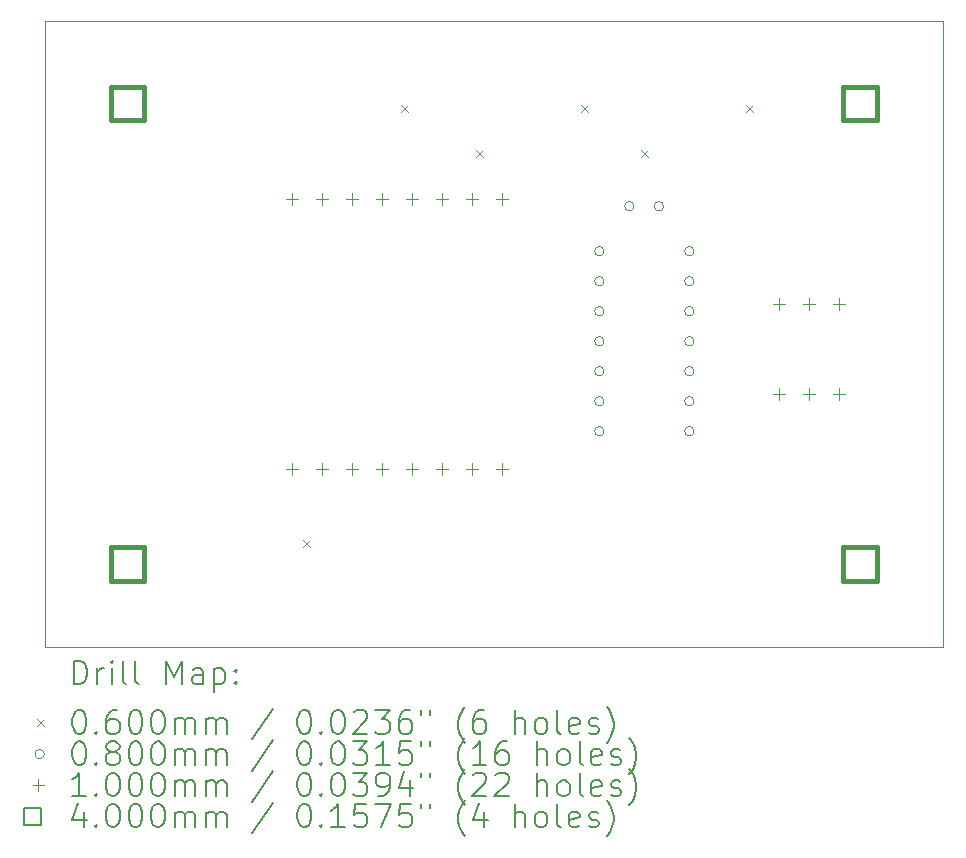
<source format=gbr>
%TF.GenerationSoftware,KiCad,Pcbnew,7.0.2*%
%TF.CreationDate,2023-05-01T19:46:33-04:00*%
%TF.ProjectId,esp32cam,65737033-3263-4616-9d2e-6b696361645f,rev?*%
%TF.SameCoordinates,Original*%
%TF.FileFunction,Drillmap*%
%TF.FilePolarity,Positive*%
%FSLAX45Y45*%
G04 Gerber Fmt 4.5, Leading zero omitted, Abs format (unit mm)*
G04 Created by KiCad (PCBNEW 7.0.2) date 2023-05-01 19:46:33*
%MOMM*%
%LPD*%
G01*
G04 APERTURE LIST*
%ADD10C,0.100000*%
%ADD11C,0.200000*%
%ADD12C,0.060000*%
%ADD13C,0.080000*%
%ADD14C,0.400000*%
G04 APERTURE END LIST*
D10*
X8641000Y-4335000D02*
X16241000Y-4335000D01*
X16241000Y-9635000D01*
X8641000Y-9635000D01*
X8641000Y-4335000D01*
D11*
D12*
X10828500Y-8733000D02*
X10888500Y-8793000D01*
X10888500Y-8733000D02*
X10828500Y-8793000D01*
X11654000Y-5050000D02*
X11714000Y-5110000D01*
X11714000Y-5050000D02*
X11654000Y-5110000D01*
X12289000Y-5431000D02*
X12349000Y-5491000D01*
X12349000Y-5431000D02*
X12289000Y-5491000D01*
X13178000Y-5050000D02*
X13238000Y-5110000D01*
X13238000Y-5050000D02*
X13178000Y-5110000D01*
X13686000Y-5431000D02*
X13746000Y-5491000D01*
X13746000Y-5431000D02*
X13686000Y-5491000D01*
X14575000Y-5050000D02*
X14635000Y-5110000D01*
X14635000Y-5050000D02*
X14575000Y-5110000D01*
D13*
X13375000Y-6286500D02*
G75*
G03*
X13375000Y-6286500I-40000J0D01*
G01*
X13375000Y-6540500D02*
G75*
G03*
X13375000Y-6540500I-40000J0D01*
G01*
X13375000Y-6794500D02*
G75*
G03*
X13375000Y-6794500I-40000J0D01*
G01*
X13375000Y-7048500D02*
G75*
G03*
X13375000Y-7048500I-40000J0D01*
G01*
X13375000Y-7302500D02*
G75*
G03*
X13375000Y-7302500I-40000J0D01*
G01*
X13375000Y-7556500D02*
G75*
G03*
X13375000Y-7556500I-40000J0D01*
G01*
X13375000Y-7810500D02*
G75*
G03*
X13375000Y-7810500I-40000J0D01*
G01*
X13629000Y-5905500D02*
G75*
G03*
X13629000Y-5905500I-40000J0D01*
G01*
X13879000Y-5905500D02*
G75*
G03*
X13879000Y-5905500I-40000J0D01*
G01*
X14137000Y-6286500D02*
G75*
G03*
X14137000Y-6286500I-40000J0D01*
G01*
X14137000Y-6540500D02*
G75*
G03*
X14137000Y-6540500I-40000J0D01*
G01*
X14137000Y-6794500D02*
G75*
G03*
X14137000Y-6794500I-40000J0D01*
G01*
X14137000Y-7048500D02*
G75*
G03*
X14137000Y-7048500I-40000J0D01*
G01*
X14137000Y-7302500D02*
G75*
G03*
X14137000Y-7302500I-40000J0D01*
G01*
X14137000Y-7556500D02*
G75*
G03*
X14137000Y-7556500I-40000J0D01*
G01*
X14137000Y-7810500D02*
G75*
G03*
X14137000Y-7810500I-40000J0D01*
G01*
D10*
X10731500Y-5792000D02*
X10731500Y-5892000D01*
X10681500Y-5842000D02*
X10781500Y-5842000D01*
X10731500Y-8078000D02*
X10731500Y-8178000D01*
X10681500Y-8128000D02*
X10781500Y-8128000D01*
X10985500Y-5792000D02*
X10985500Y-5892000D01*
X10935500Y-5842000D02*
X11035500Y-5842000D01*
X10985500Y-8078000D02*
X10985500Y-8178000D01*
X10935500Y-8128000D02*
X11035500Y-8128000D01*
X11239500Y-5792000D02*
X11239500Y-5892000D01*
X11189500Y-5842000D02*
X11289500Y-5842000D01*
X11239500Y-8078000D02*
X11239500Y-8178000D01*
X11189500Y-8128000D02*
X11289500Y-8128000D01*
X11493500Y-5792000D02*
X11493500Y-5892000D01*
X11443500Y-5842000D02*
X11543500Y-5842000D01*
X11493500Y-8078000D02*
X11493500Y-8178000D01*
X11443500Y-8128000D02*
X11543500Y-8128000D01*
X11747500Y-5792000D02*
X11747500Y-5892000D01*
X11697500Y-5842000D02*
X11797500Y-5842000D01*
X11747500Y-8078000D02*
X11747500Y-8178000D01*
X11697500Y-8128000D02*
X11797500Y-8128000D01*
X12001500Y-5792000D02*
X12001500Y-5892000D01*
X11951500Y-5842000D02*
X12051500Y-5842000D01*
X12001500Y-8078000D02*
X12001500Y-8178000D01*
X11951500Y-8128000D02*
X12051500Y-8128000D01*
X12255500Y-5792000D02*
X12255500Y-5892000D01*
X12205500Y-5842000D02*
X12305500Y-5842000D01*
X12255500Y-8078000D02*
X12255500Y-8178000D01*
X12205500Y-8128000D02*
X12305500Y-8128000D01*
X12509500Y-5792000D02*
X12509500Y-5892000D01*
X12459500Y-5842000D02*
X12559500Y-5842000D01*
X12509500Y-8078000D02*
X12509500Y-8178000D01*
X12459500Y-8128000D02*
X12559500Y-8128000D01*
X14859000Y-6681000D02*
X14859000Y-6781000D01*
X14809000Y-6731000D02*
X14909000Y-6731000D01*
X14859000Y-7443000D02*
X14859000Y-7543000D01*
X14809000Y-7493000D02*
X14909000Y-7493000D01*
X15113000Y-6681000D02*
X15113000Y-6781000D01*
X15063000Y-6731000D02*
X15163000Y-6731000D01*
X15113000Y-7443000D02*
X15113000Y-7543000D01*
X15063000Y-7493000D02*
X15163000Y-7493000D01*
X15367000Y-6681000D02*
X15367000Y-6781000D01*
X15317000Y-6731000D02*
X15417000Y-6731000D01*
X15367000Y-7443000D02*
X15367000Y-7543000D01*
X15317000Y-7493000D02*
X15417000Y-7493000D01*
D14*
X9482423Y-5176423D02*
X9482423Y-4893577D01*
X9199577Y-4893577D01*
X9199577Y-5176423D01*
X9482423Y-5176423D01*
X9482423Y-9076423D02*
X9482423Y-8793577D01*
X9199577Y-8793577D01*
X9199577Y-9076423D01*
X9482423Y-9076423D01*
X15682423Y-5176423D02*
X15682423Y-4893577D01*
X15399577Y-4893577D01*
X15399577Y-5176423D01*
X15682423Y-5176423D01*
X15682423Y-9076423D02*
X15682423Y-8793577D01*
X15399577Y-8793577D01*
X15399577Y-9076423D01*
X15682423Y-9076423D01*
D11*
X8883619Y-9952524D02*
X8883619Y-9752524D01*
X8883619Y-9752524D02*
X8931238Y-9752524D01*
X8931238Y-9752524D02*
X8959810Y-9762048D01*
X8959810Y-9762048D02*
X8978857Y-9781095D01*
X8978857Y-9781095D02*
X8988381Y-9800143D01*
X8988381Y-9800143D02*
X8997905Y-9838238D01*
X8997905Y-9838238D02*
X8997905Y-9866810D01*
X8997905Y-9866810D02*
X8988381Y-9904905D01*
X8988381Y-9904905D02*
X8978857Y-9923952D01*
X8978857Y-9923952D02*
X8959810Y-9943000D01*
X8959810Y-9943000D02*
X8931238Y-9952524D01*
X8931238Y-9952524D02*
X8883619Y-9952524D01*
X9083619Y-9952524D02*
X9083619Y-9819190D01*
X9083619Y-9857286D02*
X9093143Y-9838238D01*
X9093143Y-9838238D02*
X9102667Y-9828714D01*
X9102667Y-9828714D02*
X9121714Y-9819190D01*
X9121714Y-9819190D02*
X9140762Y-9819190D01*
X9207429Y-9952524D02*
X9207429Y-9819190D01*
X9207429Y-9752524D02*
X9197905Y-9762048D01*
X9197905Y-9762048D02*
X9207429Y-9771571D01*
X9207429Y-9771571D02*
X9216952Y-9762048D01*
X9216952Y-9762048D02*
X9207429Y-9752524D01*
X9207429Y-9752524D02*
X9207429Y-9771571D01*
X9331238Y-9952524D02*
X9312190Y-9943000D01*
X9312190Y-9943000D02*
X9302667Y-9923952D01*
X9302667Y-9923952D02*
X9302667Y-9752524D01*
X9436000Y-9952524D02*
X9416952Y-9943000D01*
X9416952Y-9943000D02*
X9407429Y-9923952D01*
X9407429Y-9923952D02*
X9407429Y-9752524D01*
X9664571Y-9952524D02*
X9664571Y-9752524D01*
X9664571Y-9752524D02*
X9731238Y-9895381D01*
X9731238Y-9895381D02*
X9797905Y-9752524D01*
X9797905Y-9752524D02*
X9797905Y-9952524D01*
X9978857Y-9952524D02*
X9978857Y-9847762D01*
X9978857Y-9847762D02*
X9969333Y-9828714D01*
X9969333Y-9828714D02*
X9950286Y-9819190D01*
X9950286Y-9819190D02*
X9912190Y-9819190D01*
X9912190Y-9819190D02*
X9893143Y-9828714D01*
X9978857Y-9943000D02*
X9959810Y-9952524D01*
X9959810Y-9952524D02*
X9912190Y-9952524D01*
X9912190Y-9952524D02*
X9893143Y-9943000D01*
X9893143Y-9943000D02*
X9883619Y-9923952D01*
X9883619Y-9923952D02*
X9883619Y-9904905D01*
X9883619Y-9904905D02*
X9893143Y-9885857D01*
X9893143Y-9885857D02*
X9912190Y-9876333D01*
X9912190Y-9876333D02*
X9959810Y-9876333D01*
X9959810Y-9876333D02*
X9978857Y-9866810D01*
X10074095Y-9819190D02*
X10074095Y-10019190D01*
X10074095Y-9828714D02*
X10093143Y-9819190D01*
X10093143Y-9819190D02*
X10131238Y-9819190D01*
X10131238Y-9819190D02*
X10150286Y-9828714D01*
X10150286Y-9828714D02*
X10159810Y-9838238D01*
X10159810Y-9838238D02*
X10169333Y-9857286D01*
X10169333Y-9857286D02*
X10169333Y-9914429D01*
X10169333Y-9914429D02*
X10159810Y-9933476D01*
X10159810Y-9933476D02*
X10150286Y-9943000D01*
X10150286Y-9943000D02*
X10131238Y-9952524D01*
X10131238Y-9952524D02*
X10093143Y-9952524D01*
X10093143Y-9952524D02*
X10074095Y-9943000D01*
X10255048Y-9933476D02*
X10264571Y-9943000D01*
X10264571Y-9943000D02*
X10255048Y-9952524D01*
X10255048Y-9952524D02*
X10245524Y-9943000D01*
X10245524Y-9943000D02*
X10255048Y-9933476D01*
X10255048Y-9933476D02*
X10255048Y-9952524D01*
X10255048Y-9828714D02*
X10264571Y-9838238D01*
X10264571Y-9838238D02*
X10255048Y-9847762D01*
X10255048Y-9847762D02*
X10245524Y-9838238D01*
X10245524Y-9838238D02*
X10255048Y-9828714D01*
X10255048Y-9828714D02*
X10255048Y-9847762D01*
D12*
X8576000Y-10250000D02*
X8636000Y-10310000D01*
X8636000Y-10250000D02*
X8576000Y-10310000D01*
D11*
X8921714Y-10172524D02*
X8940762Y-10172524D01*
X8940762Y-10172524D02*
X8959810Y-10182048D01*
X8959810Y-10182048D02*
X8969333Y-10191571D01*
X8969333Y-10191571D02*
X8978857Y-10210619D01*
X8978857Y-10210619D02*
X8988381Y-10248714D01*
X8988381Y-10248714D02*
X8988381Y-10296333D01*
X8988381Y-10296333D02*
X8978857Y-10334429D01*
X8978857Y-10334429D02*
X8969333Y-10353476D01*
X8969333Y-10353476D02*
X8959810Y-10363000D01*
X8959810Y-10363000D02*
X8940762Y-10372524D01*
X8940762Y-10372524D02*
X8921714Y-10372524D01*
X8921714Y-10372524D02*
X8902667Y-10363000D01*
X8902667Y-10363000D02*
X8893143Y-10353476D01*
X8893143Y-10353476D02*
X8883619Y-10334429D01*
X8883619Y-10334429D02*
X8874095Y-10296333D01*
X8874095Y-10296333D02*
X8874095Y-10248714D01*
X8874095Y-10248714D02*
X8883619Y-10210619D01*
X8883619Y-10210619D02*
X8893143Y-10191571D01*
X8893143Y-10191571D02*
X8902667Y-10182048D01*
X8902667Y-10182048D02*
X8921714Y-10172524D01*
X9074095Y-10353476D02*
X9083619Y-10363000D01*
X9083619Y-10363000D02*
X9074095Y-10372524D01*
X9074095Y-10372524D02*
X9064571Y-10363000D01*
X9064571Y-10363000D02*
X9074095Y-10353476D01*
X9074095Y-10353476D02*
X9074095Y-10372524D01*
X9255048Y-10172524D02*
X9216952Y-10172524D01*
X9216952Y-10172524D02*
X9197905Y-10182048D01*
X9197905Y-10182048D02*
X9188381Y-10191571D01*
X9188381Y-10191571D02*
X9169333Y-10220143D01*
X9169333Y-10220143D02*
X9159810Y-10258238D01*
X9159810Y-10258238D02*
X9159810Y-10334429D01*
X9159810Y-10334429D02*
X9169333Y-10353476D01*
X9169333Y-10353476D02*
X9178857Y-10363000D01*
X9178857Y-10363000D02*
X9197905Y-10372524D01*
X9197905Y-10372524D02*
X9236000Y-10372524D01*
X9236000Y-10372524D02*
X9255048Y-10363000D01*
X9255048Y-10363000D02*
X9264571Y-10353476D01*
X9264571Y-10353476D02*
X9274095Y-10334429D01*
X9274095Y-10334429D02*
X9274095Y-10286810D01*
X9274095Y-10286810D02*
X9264571Y-10267762D01*
X9264571Y-10267762D02*
X9255048Y-10258238D01*
X9255048Y-10258238D02*
X9236000Y-10248714D01*
X9236000Y-10248714D02*
X9197905Y-10248714D01*
X9197905Y-10248714D02*
X9178857Y-10258238D01*
X9178857Y-10258238D02*
X9169333Y-10267762D01*
X9169333Y-10267762D02*
X9159810Y-10286810D01*
X9397905Y-10172524D02*
X9416952Y-10172524D01*
X9416952Y-10172524D02*
X9436000Y-10182048D01*
X9436000Y-10182048D02*
X9445524Y-10191571D01*
X9445524Y-10191571D02*
X9455048Y-10210619D01*
X9455048Y-10210619D02*
X9464571Y-10248714D01*
X9464571Y-10248714D02*
X9464571Y-10296333D01*
X9464571Y-10296333D02*
X9455048Y-10334429D01*
X9455048Y-10334429D02*
X9445524Y-10353476D01*
X9445524Y-10353476D02*
X9436000Y-10363000D01*
X9436000Y-10363000D02*
X9416952Y-10372524D01*
X9416952Y-10372524D02*
X9397905Y-10372524D01*
X9397905Y-10372524D02*
X9378857Y-10363000D01*
X9378857Y-10363000D02*
X9369333Y-10353476D01*
X9369333Y-10353476D02*
X9359810Y-10334429D01*
X9359810Y-10334429D02*
X9350286Y-10296333D01*
X9350286Y-10296333D02*
X9350286Y-10248714D01*
X9350286Y-10248714D02*
X9359810Y-10210619D01*
X9359810Y-10210619D02*
X9369333Y-10191571D01*
X9369333Y-10191571D02*
X9378857Y-10182048D01*
X9378857Y-10182048D02*
X9397905Y-10172524D01*
X9588381Y-10172524D02*
X9607429Y-10172524D01*
X9607429Y-10172524D02*
X9626476Y-10182048D01*
X9626476Y-10182048D02*
X9636000Y-10191571D01*
X9636000Y-10191571D02*
X9645524Y-10210619D01*
X9645524Y-10210619D02*
X9655048Y-10248714D01*
X9655048Y-10248714D02*
X9655048Y-10296333D01*
X9655048Y-10296333D02*
X9645524Y-10334429D01*
X9645524Y-10334429D02*
X9636000Y-10353476D01*
X9636000Y-10353476D02*
X9626476Y-10363000D01*
X9626476Y-10363000D02*
X9607429Y-10372524D01*
X9607429Y-10372524D02*
X9588381Y-10372524D01*
X9588381Y-10372524D02*
X9569333Y-10363000D01*
X9569333Y-10363000D02*
X9559810Y-10353476D01*
X9559810Y-10353476D02*
X9550286Y-10334429D01*
X9550286Y-10334429D02*
X9540762Y-10296333D01*
X9540762Y-10296333D02*
X9540762Y-10248714D01*
X9540762Y-10248714D02*
X9550286Y-10210619D01*
X9550286Y-10210619D02*
X9559810Y-10191571D01*
X9559810Y-10191571D02*
X9569333Y-10182048D01*
X9569333Y-10182048D02*
X9588381Y-10172524D01*
X9740762Y-10372524D02*
X9740762Y-10239190D01*
X9740762Y-10258238D02*
X9750286Y-10248714D01*
X9750286Y-10248714D02*
X9769333Y-10239190D01*
X9769333Y-10239190D02*
X9797905Y-10239190D01*
X9797905Y-10239190D02*
X9816952Y-10248714D01*
X9816952Y-10248714D02*
X9826476Y-10267762D01*
X9826476Y-10267762D02*
X9826476Y-10372524D01*
X9826476Y-10267762D02*
X9836000Y-10248714D01*
X9836000Y-10248714D02*
X9855048Y-10239190D01*
X9855048Y-10239190D02*
X9883619Y-10239190D01*
X9883619Y-10239190D02*
X9902667Y-10248714D01*
X9902667Y-10248714D02*
X9912191Y-10267762D01*
X9912191Y-10267762D02*
X9912191Y-10372524D01*
X10007429Y-10372524D02*
X10007429Y-10239190D01*
X10007429Y-10258238D02*
X10016952Y-10248714D01*
X10016952Y-10248714D02*
X10036000Y-10239190D01*
X10036000Y-10239190D02*
X10064572Y-10239190D01*
X10064572Y-10239190D02*
X10083619Y-10248714D01*
X10083619Y-10248714D02*
X10093143Y-10267762D01*
X10093143Y-10267762D02*
X10093143Y-10372524D01*
X10093143Y-10267762D02*
X10102667Y-10248714D01*
X10102667Y-10248714D02*
X10121714Y-10239190D01*
X10121714Y-10239190D02*
X10150286Y-10239190D01*
X10150286Y-10239190D02*
X10169333Y-10248714D01*
X10169333Y-10248714D02*
X10178857Y-10267762D01*
X10178857Y-10267762D02*
X10178857Y-10372524D01*
X10569333Y-10163000D02*
X10397905Y-10420143D01*
X10826476Y-10172524D02*
X10845524Y-10172524D01*
X10845524Y-10172524D02*
X10864572Y-10182048D01*
X10864572Y-10182048D02*
X10874095Y-10191571D01*
X10874095Y-10191571D02*
X10883619Y-10210619D01*
X10883619Y-10210619D02*
X10893143Y-10248714D01*
X10893143Y-10248714D02*
X10893143Y-10296333D01*
X10893143Y-10296333D02*
X10883619Y-10334429D01*
X10883619Y-10334429D02*
X10874095Y-10353476D01*
X10874095Y-10353476D02*
X10864572Y-10363000D01*
X10864572Y-10363000D02*
X10845524Y-10372524D01*
X10845524Y-10372524D02*
X10826476Y-10372524D01*
X10826476Y-10372524D02*
X10807429Y-10363000D01*
X10807429Y-10363000D02*
X10797905Y-10353476D01*
X10797905Y-10353476D02*
X10788381Y-10334429D01*
X10788381Y-10334429D02*
X10778857Y-10296333D01*
X10778857Y-10296333D02*
X10778857Y-10248714D01*
X10778857Y-10248714D02*
X10788381Y-10210619D01*
X10788381Y-10210619D02*
X10797905Y-10191571D01*
X10797905Y-10191571D02*
X10807429Y-10182048D01*
X10807429Y-10182048D02*
X10826476Y-10172524D01*
X10978857Y-10353476D02*
X10988381Y-10363000D01*
X10988381Y-10363000D02*
X10978857Y-10372524D01*
X10978857Y-10372524D02*
X10969334Y-10363000D01*
X10969334Y-10363000D02*
X10978857Y-10353476D01*
X10978857Y-10353476D02*
X10978857Y-10372524D01*
X11112191Y-10172524D02*
X11131238Y-10172524D01*
X11131238Y-10172524D02*
X11150286Y-10182048D01*
X11150286Y-10182048D02*
X11159810Y-10191571D01*
X11159810Y-10191571D02*
X11169334Y-10210619D01*
X11169334Y-10210619D02*
X11178857Y-10248714D01*
X11178857Y-10248714D02*
X11178857Y-10296333D01*
X11178857Y-10296333D02*
X11169334Y-10334429D01*
X11169334Y-10334429D02*
X11159810Y-10353476D01*
X11159810Y-10353476D02*
X11150286Y-10363000D01*
X11150286Y-10363000D02*
X11131238Y-10372524D01*
X11131238Y-10372524D02*
X11112191Y-10372524D01*
X11112191Y-10372524D02*
X11093143Y-10363000D01*
X11093143Y-10363000D02*
X11083619Y-10353476D01*
X11083619Y-10353476D02*
X11074095Y-10334429D01*
X11074095Y-10334429D02*
X11064572Y-10296333D01*
X11064572Y-10296333D02*
X11064572Y-10248714D01*
X11064572Y-10248714D02*
X11074095Y-10210619D01*
X11074095Y-10210619D02*
X11083619Y-10191571D01*
X11083619Y-10191571D02*
X11093143Y-10182048D01*
X11093143Y-10182048D02*
X11112191Y-10172524D01*
X11255048Y-10191571D02*
X11264572Y-10182048D01*
X11264572Y-10182048D02*
X11283619Y-10172524D01*
X11283619Y-10172524D02*
X11331238Y-10172524D01*
X11331238Y-10172524D02*
X11350286Y-10182048D01*
X11350286Y-10182048D02*
X11359810Y-10191571D01*
X11359810Y-10191571D02*
X11369333Y-10210619D01*
X11369333Y-10210619D02*
X11369333Y-10229667D01*
X11369333Y-10229667D02*
X11359810Y-10258238D01*
X11359810Y-10258238D02*
X11245524Y-10372524D01*
X11245524Y-10372524D02*
X11369333Y-10372524D01*
X11436000Y-10172524D02*
X11559810Y-10172524D01*
X11559810Y-10172524D02*
X11493143Y-10248714D01*
X11493143Y-10248714D02*
X11521714Y-10248714D01*
X11521714Y-10248714D02*
X11540762Y-10258238D01*
X11540762Y-10258238D02*
X11550286Y-10267762D01*
X11550286Y-10267762D02*
X11559810Y-10286810D01*
X11559810Y-10286810D02*
X11559810Y-10334429D01*
X11559810Y-10334429D02*
X11550286Y-10353476D01*
X11550286Y-10353476D02*
X11540762Y-10363000D01*
X11540762Y-10363000D02*
X11521714Y-10372524D01*
X11521714Y-10372524D02*
X11464572Y-10372524D01*
X11464572Y-10372524D02*
X11445524Y-10363000D01*
X11445524Y-10363000D02*
X11436000Y-10353476D01*
X11731238Y-10172524D02*
X11693143Y-10172524D01*
X11693143Y-10172524D02*
X11674095Y-10182048D01*
X11674095Y-10182048D02*
X11664572Y-10191571D01*
X11664572Y-10191571D02*
X11645524Y-10220143D01*
X11645524Y-10220143D02*
X11636000Y-10258238D01*
X11636000Y-10258238D02*
X11636000Y-10334429D01*
X11636000Y-10334429D02*
X11645524Y-10353476D01*
X11645524Y-10353476D02*
X11655048Y-10363000D01*
X11655048Y-10363000D02*
X11674095Y-10372524D01*
X11674095Y-10372524D02*
X11712191Y-10372524D01*
X11712191Y-10372524D02*
X11731238Y-10363000D01*
X11731238Y-10363000D02*
X11740762Y-10353476D01*
X11740762Y-10353476D02*
X11750286Y-10334429D01*
X11750286Y-10334429D02*
X11750286Y-10286810D01*
X11750286Y-10286810D02*
X11740762Y-10267762D01*
X11740762Y-10267762D02*
X11731238Y-10258238D01*
X11731238Y-10258238D02*
X11712191Y-10248714D01*
X11712191Y-10248714D02*
X11674095Y-10248714D01*
X11674095Y-10248714D02*
X11655048Y-10258238D01*
X11655048Y-10258238D02*
X11645524Y-10267762D01*
X11645524Y-10267762D02*
X11636000Y-10286810D01*
X11826476Y-10172524D02*
X11826476Y-10210619D01*
X11902667Y-10172524D02*
X11902667Y-10210619D01*
X12197905Y-10448714D02*
X12188381Y-10439190D01*
X12188381Y-10439190D02*
X12169334Y-10410619D01*
X12169334Y-10410619D02*
X12159810Y-10391571D01*
X12159810Y-10391571D02*
X12150286Y-10363000D01*
X12150286Y-10363000D02*
X12140762Y-10315381D01*
X12140762Y-10315381D02*
X12140762Y-10277286D01*
X12140762Y-10277286D02*
X12150286Y-10229667D01*
X12150286Y-10229667D02*
X12159810Y-10201095D01*
X12159810Y-10201095D02*
X12169334Y-10182048D01*
X12169334Y-10182048D02*
X12188381Y-10153476D01*
X12188381Y-10153476D02*
X12197905Y-10143952D01*
X12359810Y-10172524D02*
X12321714Y-10172524D01*
X12321714Y-10172524D02*
X12302667Y-10182048D01*
X12302667Y-10182048D02*
X12293143Y-10191571D01*
X12293143Y-10191571D02*
X12274095Y-10220143D01*
X12274095Y-10220143D02*
X12264572Y-10258238D01*
X12264572Y-10258238D02*
X12264572Y-10334429D01*
X12264572Y-10334429D02*
X12274095Y-10353476D01*
X12274095Y-10353476D02*
X12283619Y-10363000D01*
X12283619Y-10363000D02*
X12302667Y-10372524D01*
X12302667Y-10372524D02*
X12340762Y-10372524D01*
X12340762Y-10372524D02*
X12359810Y-10363000D01*
X12359810Y-10363000D02*
X12369334Y-10353476D01*
X12369334Y-10353476D02*
X12378857Y-10334429D01*
X12378857Y-10334429D02*
X12378857Y-10286810D01*
X12378857Y-10286810D02*
X12369334Y-10267762D01*
X12369334Y-10267762D02*
X12359810Y-10258238D01*
X12359810Y-10258238D02*
X12340762Y-10248714D01*
X12340762Y-10248714D02*
X12302667Y-10248714D01*
X12302667Y-10248714D02*
X12283619Y-10258238D01*
X12283619Y-10258238D02*
X12274095Y-10267762D01*
X12274095Y-10267762D02*
X12264572Y-10286810D01*
X12616953Y-10372524D02*
X12616953Y-10172524D01*
X12702667Y-10372524D02*
X12702667Y-10267762D01*
X12702667Y-10267762D02*
X12693143Y-10248714D01*
X12693143Y-10248714D02*
X12674096Y-10239190D01*
X12674096Y-10239190D02*
X12645524Y-10239190D01*
X12645524Y-10239190D02*
X12626476Y-10248714D01*
X12626476Y-10248714D02*
X12616953Y-10258238D01*
X12826476Y-10372524D02*
X12807429Y-10363000D01*
X12807429Y-10363000D02*
X12797905Y-10353476D01*
X12797905Y-10353476D02*
X12788381Y-10334429D01*
X12788381Y-10334429D02*
X12788381Y-10277286D01*
X12788381Y-10277286D02*
X12797905Y-10258238D01*
X12797905Y-10258238D02*
X12807429Y-10248714D01*
X12807429Y-10248714D02*
X12826476Y-10239190D01*
X12826476Y-10239190D02*
X12855048Y-10239190D01*
X12855048Y-10239190D02*
X12874096Y-10248714D01*
X12874096Y-10248714D02*
X12883619Y-10258238D01*
X12883619Y-10258238D02*
X12893143Y-10277286D01*
X12893143Y-10277286D02*
X12893143Y-10334429D01*
X12893143Y-10334429D02*
X12883619Y-10353476D01*
X12883619Y-10353476D02*
X12874096Y-10363000D01*
X12874096Y-10363000D02*
X12855048Y-10372524D01*
X12855048Y-10372524D02*
X12826476Y-10372524D01*
X13007429Y-10372524D02*
X12988381Y-10363000D01*
X12988381Y-10363000D02*
X12978857Y-10343952D01*
X12978857Y-10343952D02*
X12978857Y-10172524D01*
X13159810Y-10363000D02*
X13140762Y-10372524D01*
X13140762Y-10372524D02*
X13102667Y-10372524D01*
X13102667Y-10372524D02*
X13083619Y-10363000D01*
X13083619Y-10363000D02*
X13074096Y-10343952D01*
X13074096Y-10343952D02*
X13074096Y-10267762D01*
X13074096Y-10267762D02*
X13083619Y-10248714D01*
X13083619Y-10248714D02*
X13102667Y-10239190D01*
X13102667Y-10239190D02*
X13140762Y-10239190D01*
X13140762Y-10239190D02*
X13159810Y-10248714D01*
X13159810Y-10248714D02*
X13169334Y-10267762D01*
X13169334Y-10267762D02*
X13169334Y-10286810D01*
X13169334Y-10286810D02*
X13074096Y-10305857D01*
X13245524Y-10363000D02*
X13264572Y-10372524D01*
X13264572Y-10372524D02*
X13302667Y-10372524D01*
X13302667Y-10372524D02*
X13321715Y-10363000D01*
X13321715Y-10363000D02*
X13331238Y-10343952D01*
X13331238Y-10343952D02*
X13331238Y-10334429D01*
X13331238Y-10334429D02*
X13321715Y-10315381D01*
X13321715Y-10315381D02*
X13302667Y-10305857D01*
X13302667Y-10305857D02*
X13274096Y-10305857D01*
X13274096Y-10305857D02*
X13255048Y-10296333D01*
X13255048Y-10296333D02*
X13245524Y-10277286D01*
X13245524Y-10277286D02*
X13245524Y-10267762D01*
X13245524Y-10267762D02*
X13255048Y-10248714D01*
X13255048Y-10248714D02*
X13274096Y-10239190D01*
X13274096Y-10239190D02*
X13302667Y-10239190D01*
X13302667Y-10239190D02*
X13321715Y-10248714D01*
X13397905Y-10448714D02*
X13407429Y-10439190D01*
X13407429Y-10439190D02*
X13426477Y-10410619D01*
X13426477Y-10410619D02*
X13436000Y-10391571D01*
X13436000Y-10391571D02*
X13445524Y-10363000D01*
X13445524Y-10363000D02*
X13455048Y-10315381D01*
X13455048Y-10315381D02*
X13455048Y-10277286D01*
X13455048Y-10277286D02*
X13445524Y-10229667D01*
X13445524Y-10229667D02*
X13436000Y-10201095D01*
X13436000Y-10201095D02*
X13426477Y-10182048D01*
X13426477Y-10182048D02*
X13407429Y-10153476D01*
X13407429Y-10153476D02*
X13397905Y-10143952D01*
D13*
X8636000Y-10544000D02*
G75*
G03*
X8636000Y-10544000I-40000J0D01*
G01*
D11*
X8921714Y-10436524D02*
X8940762Y-10436524D01*
X8940762Y-10436524D02*
X8959810Y-10446048D01*
X8959810Y-10446048D02*
X8969333Y-10455571D01*
X8969333Y-10455571D02*
X8978857Y-10474619D01*
X8978857Y-10474619D02*
X8988381Y-10512714D01*
X8988381Y-10512714D02*
X8988381Y-10560333D01*
X8988381Y-10560333D02*
X8978857Y-10598429D01*
X8978857Y-10598429D02*
X8969333Y-10617476D01*
X8969333Y-10617476D02*
X8959810Y-10627000D01*
X8959810Y-10627000D02*
X8940762Y-10636524D01*
X8940762Y-10636524D02*
X8921714Y-10636524D01*
X8921714Y-10636524D02*
X8902667Y-10627000D01*
X8902667Y-10627000D02*
X8893143Y-10617476D01*
X8893143Y-10617476D02*
X8883619Y-10598429D01*
X8883619Y-10598429D02*
X8874095Y-10560333D01*
X8874095Y-10560333D02*
X8874095Y-10512714D01*
X8874095Y-10512714D02*
X8883619Y-10474619D01*
X8883619Y-10474619D02*
X8893143Y-10455571D01*
X8893143Y-10455571D02*
X8902667Y-10446048D01*
X8902667Y-10446048D02*
X8921714Y-10436524D01*
X9074095Y-10617476D02*
X9083619Y-10627000D01*
X9083619Y-10627000D02*
X9074095Y-10636524D01*
X9074095Y-10636524D02*
X9064571Y-10627000D01*
X9064571Y-10627000D02*
X9074095Y-10617476D01*
X9074095Y-10617476D02*
X9074095Y-10636524D01*
X9197905Y-10522238D02*
X9178857Y-10512714D01*
X9178857Y-10512714D02*
X9169333Y-10503190D01*
X9169333Y-10503190D02*
X9159810Y-10484143D01*
X9159810Y-10484143D02*
X9159810Y-10474619D01*
X9159810Y-10474619D02*
X9169333Y-10455571D01*
X9169333Y-10455571D02*
X9178857Y-10446048D01*
X9178857Y-10446048D02*
X9197905Y-10436524D01*
X9197905Y-10436524D02*
X9236000Y-10436524D01*
X9236000Y-10436524D02*
X9255048Y-10446048D01*
X9255048Y-10446048D02*
X9264571Y-10455571D01*
X9264571Y-10455571D02*
X9274095Y-10474619D01*
X9274095Y-10474619D02*
X9274095Y-10484143D01*
X9274095Y-10484143D02*
X9264571Y-10503190D01*
X9264571Y-10503190D02*
X9255048Y-10512714D01*
X9255048Y-10512714D02*
X9236000Y-10522238D01*
X9236000Y-10522238D02*
X9197905Y-10522238D01*
X9197905Y-10522238D02*
X9178857Y-10531762D01*
X9178857Y-10531762D02*
X9169333Y-10541286D01*
X9169333Y-10541286D02*
X9159810Y-10560333D01*
X9159810Y-10560333D02*
X9159810Y-10598429D01*
X9159810Y-10598429D02*
X9169333Y-10617476D01*
X9169333Y-10617476D02*
X9178857Y-10627000D01*
X9178857Y-10627000D02*
X9197905Y-10636524D01*
X9197905Y-10636524D02*
X9236000Y-10636524D01*
X9236000Y-10636524D02*
X9255048Y-10627000D01*
X9255048Y-10627000D02*
X9264571Y-10617476D01*
X9264571Y-10617476D02*
X9274095Y-10598429D01*
X9274095Y-10598429D02*
X9274095Y-10560333D01*
X9274095Y-10560333D02*
X9264571Y-10541286D01*
X9264571Y-10541286D02*
X9255048Y-10531762D01*
X9255048Y-10531762D02*
X9236000Y-10522238D01*
X9397905Y-10436524D02*
X9416952Y-10436524D01*
X9416952Y-10436524D02*
X9436000Y-10446048D01*
X9436000Y-10446048D02*
X9445524Y-10455571D01*
X9445524Y-10455571D02*
X9455048Y-10474619D01*
X9455048Y-10474619D02*
X9464571Y-10512714D01*
X9464571Y-10512714D02*
X9464571Y-10560333D01*
X9464571Y-10560333D02*
X9455048Y-10598429D01*
X9455048Y-10598429D02*
X9445524Y-10617476D01*
X9445524Y-10617476D02*
X9436000Y-10627000D01*
X9436000Y-10627000D02*
X9416952Y-10636524D01*
X9416952Y-10636524D02*
X9397905Y-10636524D01*
X9397905Y-10636524D02*
X9378857Y-10627000D01*
X9378857Y-10627000D02*
X9369333Y-10617476D01*
X9369333Y-10617476D02*
X9359810Y-10598429D01*
X9359810Y-10598429D02*
X9350286Y-10560333D01*
X9350286Y-10560333D02*
X9350286Y-10512714D01*
X9350286Y-10512714D02*
X9359810Y-10474619D01*
X9359810Y-10474619D02*
X9369333Y-10455571D01*
X9369333Y-10455571D02*
X9378857Y-10446048D01*
X9378857Y-10446048D02*
X9397905Y-10436524D01*
X9588381Y-10436524D02*
X9607429Y-10436524D01*
X9607429Y-10436524D02*
X9626476Y-10446048D01*
X9626476Y-10446048D02*
X9636000Y-10455571D01*
X9636000Y-10455571D02*
X9645524Y-10474619D01*
X9645524Y-10474619D02*
X9655048Y-10512714D01*
X9655048Y-10512714D02*
X9655048Y-10560333D01*
X9655048Y-10560333D02*
X9645524Y-10598429D01*
X9645524Y-10598429D02*
X9636000Y-10617476D01*
X9636000Y-10617476D02*
X9626476Y-10627000D01*
X9626476Y-10627000D02*
X9607429Y-10636524D01*
X9607429Y-10636524D02*
X9588381Y-10636524D01*
X9588381Y-10636524D02*
X9569333Y-10627000D01*
X9569333Y-10627000D02*
X9559810Y-10617476D01*
X9559810Y-10617476D02*
X9550286Y-10598429D01*
X9550286Y-10598429D02*
X9540762Y-10560333D01*
X9540762Y-10560333D02*
X9540762Y-10512714D01*
X9540762Y-10512714D02*
X9550286Y-10474619D01*
X9550286Y-10474619D02*
X9559810Y-10455571D01*
X9559810Y-10455571D02*
X9569333Y-10446048D01*
X9569333Y-10446048D02*
X9588381Y-10436524D01*
X9740762Y-10636524D02*
X9740762Y-10503190D01*
X9740762Y-10522238D02*
X9750286Y-10512714D01*
X9750286Y-10512714D02*
X9769333Y-10503190D01*
X9769333Y-10503190D02*
X9797905Y-10503190D01*
X9797905Y-10503190D02*
X9816952Y-10512714D01*
X9816952Y-10512714D02*
X9826476Y-10531762D01*
X9826476Y-10531762D02*
X9826476Y-10636524D01*
X9826476Y-10531762D02*
X9836000Y-10512714D01*
X9836000Y-10512714D02*
X9855048Y-10503190D01*
X9855048Y-10503190D02*
X9883619Y-10503190D01*
X9883619Y-10503190D02*
X9902667Y-10512714D01*
X9902667Y-10512714D02*
X9912191Y-10531762D01*
X9912191Y-10531762D02*
X9912191Y-10636524D01*
X10007429Y-10636524D02*
X10007429Y-10503190D01*
X10007429Y-10522238D02*
X10016952Y-10512714D01*
X10016952Y-10512714D02*
X10036000Y-10503190D01*
X10036000Y-10503190D02*
X10064572Y-10503190D01*
X10064572Y-10503190D02*
X10083619Y-10512714D01*
X10083619Y-10512714D02*
X10093143Y-10531762D01*
X10093143Y-10531762D02*
X10093143Y-10636524D01*
X10093143Y-10531762D02*
X10102667Y-10512714D01*
X10102667Y-10512714D02*
X10121714Y-10503190D01*
X10121714Y-10503190D02*
X10150286Y-10503190D01*
X10150286Y-10503190D02*
X10169333Y-10512714D01*
X10169333Y-10512714D02*
X10178857Y-10531762D01*
X10178857Y-10531762D02*
X10178857Y-10636524D01*
X10569333Y-10427000D02*
X10397905Y-10684143D01*
X10826476Y-10436524D02*
X10845524Y-10436524D01*
X10845524Y-10436524D02*
X10864572Y-10446048D01*
X10864572Y-10446048D02*
X10874095Y-10455571D01*
X10874095Y-10455571D02*
X10883619Y-10474619D01*
X10883619Y-10474619D02*
X10893143Y-10512714D01*
X10893143Y-10512714D02*
X10893143Y-10560333D01*
X10893143Y-10560333D02*
X10883619Y-10598429D01*
X10883619Y-10598429D02*
X10874095Y-10617476D01*
X10874095Y-10617476D02*
X10864572Y-10627000D01*
X10864572Y-10627000D02*
X10845524Y-10636524D01*
X10845524Y-10636524D02*
X10826476Y-10636524D01*
X10826476Y-10636524D02*
X10807429Y-10627000D01*
X10807429Y-10627000D02*
X10797905Y-10617476D01*
X10797905Y-10617476D02*
X10788381Y-10598429D01*
X10788381Y-10598429D02*
X10778857Y-10560333D01*
X10778857Y-10560333D02*
X10778857Y-10512714D01*
X10778857Y-10512714D02*
X10788381Y-10474619D01*
X10788381Y-10474619D02*
X10797905Y-10455571D01*
X10797905Y-10455571D02*
X10807429Y-10446048D01*
X10807429Y-10446048D02*
X10826476Y-10436524D01*
X10978857Y-10617476D02*
X10988381Y-10627000D01*
X10988381Y-10627000D02*
X10978857Y-10636524D01*
X10978857Y-10636524D02*
X10969334Y-10627000D01*
X10969334Y-10627000D02*
X10978857Y-10617476D01*
X10978857Y-10617476D02*
X10978857Y-10636524D01*
X11112191Y-10436524D02*
X11131238Y-10436524D01*
X11131238Y-10436524D02*
X11150286Y-10446048D01*
X11150286Y-10446048D02*
X11159810Y-10455571D01*
X11159810Y-10455571D02*
X11169334Y-10474619D01*
X11169334Y-10474619D02*
X11178857Y-10512714D01*
X11178857Y-10512714D02*
X11178857Y-10560333D01*
X11178857Y-10560333D02*
X11169334Y-10598429D01*
X11169334Y-10598429D02*
X11159810Y-10617476D01*
X11159810Y-10617476D02*
X11150286Y-10627000D01*
X11150286Y-10627000D02*
X11131238Y-10636524D01*
X11131238Y-10636524D02*
X11112191Y-10636524D01*
X11112191Y-10636524D02*
X11093143Y-10627000D01*
X11093143Y-10627000D02*
X11083619Y-10617476D01*
X11083619Y-10617476D02*
X11074095Y-10598429D01*
X11074095Y-10598429D02*
X11064572Y-10560333D01*
X11064572Y-10560333D02*
X11064572Y-10512714D01*
X11064572Y-10512714D02*
X11074095Y-10474619D01*
X11074095Y-10474619D02*
X11083619Y-10455571D01*
X11083619Y-10455571D02*
X11093143Y-10446048D01*
X11093143Y-10446048D02*
X11112191Y-10436524D01*
X11245524Y-10436524D02*
X11369333Y-10436524D01*
X11369333Y-10436524D02*
X11302667Y-10512714D01*
X11302667Y-10512714D02*
X11331238Y-10512714D01*
X11331238Y-10512714D02*
X11350286Y-10522238D01*
X11350286Y-10522238D02*
X11359810Y-10531762D01*
X11359810Y-10531762D02*
X11369333Y-10550810D01*
X11369333Y-10550810D02*
X11369333Y-10598429D01*
X11369333Y-10598429D02*
X11359810Y-10617476D01*
X11359810Y-10617476D02*
X11350286Y-10627000D01*
X11350286Y-10627000D02*
X11331238Y-10636524D01*
X11331238Y-10636524D02*
X11274095Y-10636524D01*
X11274095Y-10636524D02*
X11255048Y-10627000D01*
X11255048Y-10627000D02*
X11245524Y-10617476D01*
X11559810Y-10636524D02*
X11445524Y-10636524D01*
X11502667Y-10636524D02*
X11502667Y-10436524D01*
X11502667Y-10436524D02*
X11483619Y-10465095D01*
X11483619Y-10465095D02*
X11464572Y-10484143D01*
X11464572Y-10484143D02*
X11445524Y-10493667D01*
X11740762Y-10436524D02*
X11645524Y-10436524D01*
X11645524Y-10436524D02*
X11636000Y-10531762D01*
X11636000Y-10531762D02*
X11645524Y-10522238D01*
X11645524Y-10522238D02*
X11664572Y-10512714D01*
X11664572Y-10512714D02*
X11712191Y-10512714D01*
X11712191Y-10512714D02*
X11731238Y-10522238D01*
X11731238Y-10522238D02*
X11740762Y-10531762D01*
X11740762Y-10531762D02*
X11750286Y-10550810D01*
X11750286Y-10550810D02*
X11750286Y-10598429D01*
X11750286Y-10598429D02*
X11740762Y-10617476D01*
X11740762Y-10617476D02*
X11731238Y-10627000D01*
X11731238Y-10627000D02*
X11712191Y-10636524D01*
X11712191Y-10636524D02*
X11664572Y-10636524D01*
X11664572Y-10636524D02*
X11645524Y-10627000D01*
X11645524Y-10627000D02*
X11636000Y-10617476D01*
X11826476Y-10436524D02*
X11826476Y-10474619D01*
X11902667Y-10436524D02*
X11902667Y-10474619D01*
X12197905Y-10712714D02*
X12188381Y-10703190D01*
X12188381Y-10703190D02*
X12169334Y-10674619D01*
X12169334Y-10674619D02*
X12159810Y-10655571D01*
X12159810Y-10655571D02*
X12150286Y-10627000D01*
X12150286Y-10627000D02*
X12140762Y-10579381D01*
X12140762Y-10579381D02*
X12140762Y-10541286D01*
X12140762Y-10541286D02*
X12150286Y-10493667D01*
X12150286Y-10493667D02*
X12159810Y-10465095D01*
X12159810Y-10465095D02*
X12169334Y-10446048D01*
X12169334Y-10446048D02*
X12188381Y-10417476D01*
X12188381Y-10417476D02*
X12197905Y-10407952D01*
X12378857Y-10636524D02*
X12264572Y-10636524D01*
X12321714Y-10636524D02*
X12321714Y-10436524D01*
X12321714Y-10436524D02*
X12302667Y-10465095D01*
X12302667Y-10465095D02*
X12283619Y-10484143D01*
X12283619Y-10484143D02*
X12264572Y-10493667D01*
X12550286Y-10436524D02*
X12512191Y-10436524D01*
X12512191Y-10436524D02*
X12493143Y-10446048D01*
X12493143Y-10446048D02*
X12483619Y-10455571D01*
X12483619Y-10455571D02*
X12464572Y-10484143D01*
X12464572Y-10484143D02*
X12455048Y-10522238D01*
X12455048Y-10522238D02*
X12455048Y-10598429D01*
X12455048Y-10598429D02*
X12464572Y-10617476D01*
X12464572Y-10617476D02*
X12474095Y-10627000D01*
X12474095Y-10627000D02*
X12493143Y-10636524D01*
X12493143Y-10636524D02*
X12531238Y-10636524D01*
X12531238Y-10636524D02*
X12550286Y-10627000D01*
X12550286Y-10627000D02*
X12559810Y-10617476D01*
X12559810Y-10617476D02*
X12569334Y-10598429D01*
X12569334Y-10598429D02*
X12569334Y-10550810D01*
X12569334Y-10550810D02*
X12559810Y-10531762D01*
X12559810Y-10531762D02*
X12550286Y-10522238D01*
X12550286Y-10522238D02*
X12531238Y-10512714D01*
X12531238Y-10512714D02*
X12493143Y-10512714D01*
X12493143Y-10512714D02*
X12474095Y-10522238D01*
X12474095Y-10522238D02*
X12464572Y-10531762D01*
X12464572Y-10531762D02*
X12455048Y-10550810D01*
X12807429Y-10636524D02*
X12807429Y-10436524D01*
X12893143Y-10636524D02*
X12893143Y-10531762D01*
X12893143Y-10531762D02*
X12883619Y-10512714D01*
X12883619Y-10512714D02*
X12864572Y-10503190D01*
X12864572Y-10503190D02*
X12836000Y-10503190D01*
X12836000Y-10503190D02*
X12816953Y-10512714D01*
X12816953Y-10512714D02*
X12807429Y-10522238D01*
X13016953Y-10636524D02*
X12997905Y-10627000D01*
X12997905Y-10627000D02*
X12988381Y-10617476D01*
X12988381Y-10617476D02*
X12978857Y-10598429D01*
X12978857Y-10598429D02*
X12978857Y-10541286D01*
X12978857Y-10541286D02*
X12988381Y-10522238D01*
X12988381Y-10522238D02*
X12997905Y-10512714D01*
X12997905Y-10512714D02*
X13016953Y-10503190D01*
X13016953Y-10503190D02*
X13045524Y-10503190D01*
X13045524Y-10503190D02*
X13064572Y-10512714D01*
X13064572Y-10512714D02*
X13074096Y-10522238D01*
X13074096Y-10522238D02*
X13083619Y-10541286D01*
X13083619Y-10541286D02*
X13083619Y-10598429D01*
X13083619Y-10598429D02*
X13074096Y-10617476D01*
X13074096Y-10617476D02*
X13064572Y-10627000D01*
X13064572Y-10627000D02*
X13045524Y-10636524D01*
X13045524Y-10636524D02*
X13016953Y-10636524D01*
X13197905Y-10636524D02*
X13178857Y-10627000D01*
X13178857Y-10627000D02*
X13169334Y-10607952D01*
X13169334Y-10607952D02*
X13169334Y-10436524D01*
X13350286Y-10627000D02*
X13331238Y-10636524D01*
X13331238Y-10636524D02*
X13293143Y-10636524D01*
X13293143Y-10636524D02*
X13274096Y-10627000D01*
X13274096Y-10627000D02*
X13264572Y-10607952D01*
X13264572Y-10607952D02*
X13264572Y-10531762D01*
X13264572Y-10531762D02*
X13274096Y-10512714D01*
X13274096Y-10512714D02*
X13293143Y-10503190D01*
X13293143Y-10503190D02*
X13331238Y-10503190D01*
X13331238Y-10503190D02*
X13350286Y-10512714D01*
X13350286Y-10512714D02*
X13359810Y-10531762D01*
X13359810Y-10531762D02*
X13359810Y-10550810D01*
X13359810Y-10550810D02*
X13264572Y-10569857D01*
X13436000Y-10627000D02*
X13455048Y-10636524D01*
X13455048Y-10636524D02*
X13493143Y-10636524D01*
X13493143Y-10636524D02*
X13512191Y-10627000D01*
X13512191Y-10627000D02*
X13521715Y-10607952D01*
X13521715Y-10607952D02*
X13521715Y-10598429D01*
X13521715Y-10598429D02*
X13512191Y-10579381D01*
X13512191Y-10579381D02*
X13493143Y-10569857D01*
X13493143Y-10569857D02*
X13464572Y-10569857D01*
X13464572Y-10569857D02*
X13445524Y-10560333D01*
X13445524Y-10560333D02*
X13436000Y-10541286D01*
X13436000Y-10541286D02*
X13436000Y-10531762D01*
X13436000Y-10531762D02*
X13445524Y-10512714D01*
X13445524Y-10512714D02*
X13464572Y-10503190D01*
X13464572Y-10503190D02*
X13493143Y-10503190D01*
X13493143Y-10503190D02*
X13512191Y-10512714D01*
X13588381Y-10712714D02*
X13597905Y-10703190D01*
X13597905Y-10703190D02*
X13616953Y-10674619D01*
X13616953Y-10674619D02*
X13626477Y-10655571D01*
X13626477Y-10655571D02*
X13636000Y-10627000D01*
X13636000Y-10627000D02*
X13645524Y-10579381D01*
X13645524Y-10579381D02*
X13645524Y-10541286D01*
X13645524Y-10541286D02*
X13636000Y-10493667D01*
X13636000Y-10493667D02*
X13626477Y-10465095D01*
X13626477Y-10465095D02*
X13616953Y-10446048D01*
X13616953Y-10446048D02*
X13597905Y-10417476D01*
X13597905Y-10417476D02*
X13588381Y-10407952D01*
D10*
X8586000Y-10758000D02*
X8586000Y-10858000D01*
X8536000Y-10808000D02*
X8636000Y-10808000D01*
D11*
X8988381Y-10900524D02*
X8874095Y-10900524D01*
X8931238Y-10900524D02*
X8931238Y-10700524D01*
X8931238Y-10700524D02*
X8912190Y-10729095D01*
X8912190Y-10729095D02*
X8893143Y-10748143D01*
X8893143Y-10748143D02*
X8874095Y-10757667D01*
X9074095Y-10881476D02*
X9083619Y-10891000D01*
X9083619Y-10891000D02*
X9074095Y-10900524D01*
X9074095Y-10900524D02*
X9064571Y-10891000D01*
X9064571Y-10891000D02*
X9074095Y-10881476D01*
X9074095Y-10881476D02*
X9074095Y-10900524D01*
X9207429Y-10700524D02*
X9226476Y-10700524D01*
X9226476Y-10700524D02*
X9245524Y-10710048D01*
X9245524Y-10710048D02*
X9255048Y-10719571D01*
X9255048Y-10719571D02*
X9264571Y-10738619D01*
X9264571Y-10738619D02*
X9274095Y-10776714D01*
X9274095Y-10776714D02*
X9274095Y-10824333D01*
X9274095Y-10824333D02*
X9264571Y-10862429D01*
X9264571Y-10862429D02*
X9255048Y-10881476D01*
X9255048Y-10881476D02*
X9245524Y-10891000D01*
X9245524Y-10891000D02*
X9226476Y-10900524D01*
X9226476Y-10900524D02*
X9207429Y-10900524D01*
X9207429Y-10900524D02*
X9188381Y-10891000D01*
X9188381Y-10891000D02*
X9178857Y-10881476D01*
X9178857Y-10881476D02*
X9169333Y-10862429D01*
X9169333Y-10862429D02*
X9159810Y-10824333D01*
X9159810Y-10824333D02*
X9159810Y-10776714D01*
X9159810Y-10776714D02*
X9169333Y-10738619D01*
X9169333Y-10738619D02*
X9178857Y-10719571D01*
X9178857Y-10719571D02*
X9188381Y-10710048D01*
X9188381Y-10710048D02*
X9207429Y-10700524D01*
X9397905Y-10700524D02*
X9416952Y-10700524D01*
X9416952Y-10700524D02*
X9436000Y-10710048D01*
X9436000Y-10710048D02*
X9445524Y-10719571D01*
X9445524Y-10719571D02*
X9455048Y-10738619D01*
X9455048Y-10738619D02*
X9464571Y-10776714D01*
X9464571Y-10776714D02*
X9464571Y-10824333D01*
X9464571Y-10824333D02*
X9455048Y-10862429D01*
X9455048Y-10862429D02*
X9445524Y-10881476D01*
X9445524Y-10881476D02*
X9436000Y-10891000D01*
X9436000Y-10891000D02*
X9416952Y-10900524D01*
X9416952Y-10900524D02*
X9397905Y-10900524D01*
X9397905Y-10900524D02*
X9378857Y-10891000D01*
X9378857Y-10891000D02*
X9369333Y-10881476D01*
X9369333Y-10881476D02*
X9359810Y-10862429D01*
X9359810Y-10862429D02*
X9350286Y-10824333D01*
X9350286Y-10824333D02*
X9350286Y-10776714D01*
X9350286Y-10776714D02*
X9359810Y-10738619D01*
X9359810Y-10738619D02*
X9369333Y-10719571D01*
X9369333Y-10719571D02*
X9378857Y-10710048D01*
X9378857Y-10710048D02*
X9397905Y-10700524D01*
X9588381Y-10700524D02*
X9607429Y-10700524D01*
X9607429Y-10700524D02*
X9626476Y-10710048D01*
X9626476Y-10710048D02*
X9636000Y-10719571D01*
X9636000Y-10719571D02*
X9645524Y-10738619D01*
X9645524Y-10738619D02*
X9655048Y-10776714D01*
X9655048Y-10776714D02*
X9655048Y-10824333D01*
X9655048Y-10824333D02*
X9645524Y-10862429D01*
X9645524Y-10862429D02*
X9636000Y-10881476D01*
X9636000Y-10881476D02*
X9626476Y-10891000D01*
X9626476Y-10891000D02*
X9607429Y-10900524D01*
X9607429Y-10900524D02*
X9588381Y-10900524D01*
X9588381Y-10900524D02*
X9569333Y-10891000D01*
X9569333Y-10891000D02*
X9559810Y-10881476D01*
X9559810Y-10881476D02*
X9550286Y-10862429D01*
X9550286Y-10862429D02*
X9540762Y-10824333D01*
X9540762Y-10824333D02*
X9540762Y-10776714D01*
X9540762Y-10776714D02*
X9550286Y-10738619D01*
X9550286Y-10738619D02*
X9559810Y-10719571D01*
X9559810Y-10719571D02*
X9569333Y-10710048D01*
X9569333Y-10710048D02*
X9588381Y-10700524D01*
X9740762Y-10900524D02*
X9740762Y-10767190D01*
X9740762Y-10786238D02*
X9750286Y-10776714D01*
X9750286Y-10776714D02*
X9769333Y-10767190D01*
X9769333Y-10767190D02*
X9797905Y-10767190D01*
X9797905Y-10767190D02*
X9816952Y-10776714D01*
X9816952Y-10776714D02*
X9826476Y-10795762D01*
X9826476Y-10795762D02*
X9826476Y-10900524D01*
X9826476Y-10795762D02*
X9836000Y-10776714D01*
X9836000Y-10776714D02*
X9855048Y-10767190D01*
X9855048Y-10767190D02*
X9883619Y-10767190D01*
X9883619Y-10767190D02*
X9902667Y-10776714D01*
X9902667Y-10776714D02*
X9912191Y-10795762D01*
X9912191Y-10795762D02*
X9912191Y-10900524D01*
X10007429Y-10900524D02*
X10007429Y-10767190D01*
X10007429Y-10786238D02*
X10016952Y-10776714D01*
X10016952Y-10776714D02*
X10036000Y-10767190D01*
X10036000Y-10767190D02*
X10064572Y-10767190D01*
X10064572Y-10767190D02*
X10083619Y-10776714D01*
X10083619Y-10776714D02*
X10093143Y-10795762D01*
X10093143Y-10795762D02*
X10093143Y-10900524D01*
X10093143Y-10795762D02*
X10102667Y-10776714D01*
X10102667Y-10776714D02*
X10121714Y-10767190D01*
X10121714Y-10767190D02*
X10150286Y-10767190D01*
X10150286Y-10767190D02*
X10169333Y-10776714D01*
X10169333Y-10776714D02*
X10178857Y-10795762D01*
X10178857Y-10795762D02*
X10178857Y-10900524D01*
X10569333Y-10691000D02*
X10397905Y-10948143D01*
X10826476Y-10700524D02*
X10845524Y-10700524D01*
X10845524Y-10700524D02*
X10864572Y-10710048D01*
X10864572Y-10710048D02*
X10874095Y-10719571D01*
X10874095Y-10719571D02*
X10883619Y-10738619D01*
X10883619Y-10738619D02*
X10893143Y-10776714D01*
X10893143Y-10776714D02*
X10893143Y-10824333D01*
X10893143Y-10824333D02*
X10883619Y-10862429D01*
X10883619Y-10862429D02*
X10874095Y-10881476D01*
X10874095Y-10881476D02*
X10864572Y-10891000D01*
X10864572Y-10891000D02*
X10845524Y-10900524D01*
X10845524Y-10900524D02*
X10826476Y-10900524D01*
X10826476Y-10900524D02*
X10807429Y-10891000D01*
X10807429Y-10891000D02*
X10797905Y-10881476D01*
X10797905Y-10881476D02*
X10788381Y-10862429D01*
X10788381Y-10862429D02*
X10778857Y-10824333D01*
X10778857Y-10824333D02*
X10778857Y-10776714D01*
X10778857Y-10776714D02*
X10788381Y-10738619D01*
X10788381Y-10738619D02*
X10797905Y-10719571D01*
X10797905Y-10719571D02*
X10807429Y-10710048D01*
X10807429Y-10710048D02*
X10826476Y-10700524D01*
X10978857Y-10881476D02*
X10988381Y-10891000D01*
X10988381Y-10891000D02*
X10978857Y-10900524D01*
X10978857Y-10900524D02*
X10969334Y-10891000D01*
X10969334Y-10891000D02*
X10978857Y-10881476D01*
X10978857Y-10881476D02*
X10978857Y-10900524D01*
X11112191Y-10700524D02*
X11131238Y-10700524D01*
X11131238Y-10700524D02*
X11150286Y-10710048D01*
X11150286Y-10710048D02*
X11159810Y-10719571D01*
X11159810Y-10719571D02*
X11169334Y-10738619D01*
X11169334Y-10738619D02*
X11178857Y-10776714D01*
X11178857Y-10776714D02*
X11178857Y-10824333D01*
X11178857Y-10824333D02*
X11169334Y-10862429D01*
X11169334Y-10862429D02*
X11159810Y-10881476D01*
X11159810Y-10881476D02*
X11150286Y-10891000D01*
X11150286Y-10891000D02*
X11131238Y-10900524D01*
X11131238Y-10900524D02*
X11112191Y-10900524D01*
X11112191Y-10900524D02*
X11093143Y-10891000D01*
X11093143Y-10891000D02*
X11083619Y-10881476D01*
X11083619Y-10881476D02*
X11074095Y-10862429D01*
X11074095Y-10862429D02*
X11064572Y-10824333D01*
X11064572Y-10824333D02*
X11064572Y-10776714D01*
X11064572Y-10776714D02*
X11074095Y-10738619D01*
X11074095Y-10738619D02*
X11083619Y-10719571D01*
X11083619Y-10719571D02*
X11093143Y-10710048D01*
X11093143Y-10710048D02*
X11112191Y-10700524D01*
X11245524Y-10700524D02*
X11369333Y-10700524D01*
X11369333Y-10700524D02*
X11302667Y-10776714D01*
X11302667Y-10776714D02*
X11331238Y-10776714D01*
X11331238Y-10776714D02*
X11350286Y-10786238D01*
X11350286Y-10786238D02*
X11359810Y-10795762D01*
X11359810Y-10795762D02*
X11369333Y-10814810D01*
X11369333Y-10814810D02*
X11369333Y-10862429D01*
X11369333Y-10862429D02*
X11359810Y-10881476D01*
X11359810Y-10881476D02*
X11350286Y-10891000D01*
X11350286Y-10891000D02*
X11331238Y-10900524D01*
X11331238Y-10900524D02*
X11274095Y-10900524D01*
X11274095Y-10900524D02*
X11255048Y-10891000D01*
X11255048Y-10891000D02*
X11245524Y-10881476D01*
X11464572Y-10900524D02*
X11502667Y-10900524D01*
X11502667Y-10900524D02*
X11521714Y-10891000D01*
X11521714Y-10891000D02*
X11531238Y-10881476D01*
X11531238Y-10881476D02*
X11550286Y-10852905D01*
X11550286Y-10852905D02*
X11559810Y-10814810D01*
X11559810Y-10814810D02*
X11559810Y-10738619D01*
X11559810Y-10738619D02*
X11550286Y-10719571D01*
X11550286Y-10719571D02*
X11540762Y-10710048D01*
X11540762Y-10710048D02*
X11521714Y-10700524D01*
X11521714Y-10700524D02*
X11483619Y-10700524D01*
X11483619Y-10700524D02*
X11464572Y-10710048D01*
X11464572Y-10710048D02*
X11455048Y-10719571D01*
X11455048Y-10719571D02*
X11445524Y-10738619D01*
X11445524Y-10738619D02*
X11445524Y-10786238D01*
X11445524Y-10786238D02*
X11455048Y-10805286D01*
X11455048Y-10805286D02*
X11464572Y-10814810D01*
X11464572Y-10814810D02*
X11483619Y-10824333D01*
X11483619Y-10824333D02*
X11521714Y-10824333D01*
X11521714Y-10824333D02*
X11540762Y-10814810D01*
X11540762Y-10814810D02*
X11550286Y-10805286D01*
X11550286Y-10805286D02*
X11559810Y-10786238D01*
X11731238Y-10767190D02*
X11731238Y-10900524D01*
X11683619Y-10691000D02*
X11636000Y-10833857D01*
X11636000Y-10833857D02*
X11759810Y-10833857D01*
X11826476Y-10700524D02*
X11826476Y-10738619D01*
X11902667Y-10700524D02*
X11902667Y-10738619D01*
X12197905Y-10976714D02*
X12188381Y-10967190D01*
X12188381Y-10967190D02*
X12169334Y-10938619D01*
X12169334Y-10938619D02*
X12159810Y-10919571D01*
X12159810Y-10919571D02*
X12150286Y-10891000D01*
X12150286Y-10891000D02*
X12140762Y-10843381D01*
X12140762Y-10843381D02*
X12140762Y-10805286D01*
X12140762Y-10805286D02*
X12150286Y-10757667D01*
X12150286Y-10757667D02*
X12159810Y-10729095D01*
X12159810Y-10729095D02*
X12169334Y-10710048D01*
X12169334Y-10710048D02*
X12188381Y-10681476D01*
X12188381Y-10681476D02*
X12197905Y-10671952D01*
X12264572Y-10719571D02*
X12274095Y-10710048D01*
X12274095Y-10710048D02*
X12293143Y-10700524D01*
X12293143Y-10700524D02*
X12340762Y-10700524D01*
X12340762Y-10700524D02*
X12359810Y-10710048D01*
X12359810Y-10710048D02*
X12369334Y-10719571D01*
X12369334Y-10719571D02*
X12378857Y-10738619D01*
X12378857Y-10738619D02*
X12378857Y-10757667D01*
X12378857Y-10757667D02*
X12369334Y-10786238D01*
X12369334Y-10786238D02*
X12255048Y-10900524D01*
X12255048Y-10900524D02*
X12378857Y-10900524D01*
X12455048Y-10719571D02*
X12464572Y-10710048D01*
X12464572Y-10710048D02*
X12483619Y-10700524D01*
X12483619Y-10700524D02*
X12531238Y-10700524D01*
X12531238Y-10700524D02*
X12550286Y-10710048D01*
X12550286Y-10710048D02*
X12559810Y-10719571D01*
X12559810Y-10719571D02*
X12569334Y-10738619D01*
X12569334Y-10738619D02*
X12569334Y-10757667D01*
X12569334Y-10757667D02*
X12559810Y-10786238D01*
X12559810Y-10786238D02*
X12445524Y-10900524D01*
X12445524Y-10900524D02*
X12569334Y-10900524D01*
X12807429Y-10900524D02*
X12807429Y-10700524D01*
X12893143Y-10900524D02*
X12893143Y-10795762D01*
X12893143Y-10795762D02*
X12883619Y-10776714D01*
X12883619Y-10776714D02*
X12864572Y-10767190D01*
X12864572Y-10767190D02*
X12836000Y-10767190D01*
X12836000Y-10767190D02*
X12816953Y-10776714D01*
X12816953Y-10776714D02*
X12807429Y-10786238D01*
X13016953Y-10900524D02*
X12997905Y-10891000D01*
X12997905Y-10891000D02*
X12988381Y-10881476D01*
X12988381Y-10881476D02*
X12978857Y-10862429D01*
X12978857Y-10862429D02*
X12978857Y-10805286D01*
X12978857Y-10805286D02*
X12988381Y-10786238D01*
X12988381Y-10786238D02*
X12997905Y-10776714D01*
X12997905Y-10776714D02*
X13016953Y-10767190D01*
X13016953Y-10767190D02*
X13045524Y-10767190D01*
X13045524Y-10767190D02*
X13064572Y-10776714D01*
X13064572Y-10776714D02*
X13074096Y-10786238D01*
X13074096Y-10786238D02*
X13083619Y-10805286D01*
X13083619Y-10805286D02*
X13083619Y-10862429D01*
X13083619Y-10862429D02*
X13074096Y-10881476D01*
X13074096Y-10881476D02*
X13064572Y-10891000D01*
X13064572Y-10891000D02*
X13045524Y-10900524D01*
X13045524Y-10900524D02*
X13016953Y-10900524D01*
X13197905Y-10900524D02*
X13178857Y-10891000D01*
X13178857Y-10891000D02*
X13169334Y-10871952D01*
X13169334Y-10871952D02*
X13169334Y-10700524D01*
X13350286Y-10891000D02*
X13331238Y-10900524D01*
X13331238Y-10900524D02*
X13293143Y-10900524D01*
X13293143Y-10900524D02*
X13274096Y-10891000D01*
X13274096Y-10891000D02*
X13264572Y-10871952D01*
X13264572Y-10871952D02*
X13264572Y-10795762D01*
X13264572Y-10795762D02*
X13274096Y-10776714D01*
X13274096Y-10776714D02*
X13293143Y-10767190D01*
X13293143Y-10767190D02*
X13331238Y-10767190D01*
X13331238Y-10767190D02*
X13350286Y-10776714D01*
X13350286Y-10776714D02*
X13359810Y-10795762D01*
X13359810Y-10795762D02*
X13359810Y-10814810D01*
X13359810Y-10814810D02*
X13264572Y-10833857D01*
X13436000Y-10891000D02*
X13455048Y-10900524D01*
X13455048Y-10900524D02*
X13493143Y-10900524D01*
X13493143Y-10900524D02*
X13512191Y-10891000D01*
X13512191Y-10891000D02*
X13521715Y-10871952D01*
X13521715Y-10871952D02*
X13521715Y-10862429D01*
X13521715Y-10862429D02*
X13512191Y-10843381D01*
X13512191Y-10843381D02*
X13493143Y-10833857D01*
X13493143Y-10833857D02*
X13464572Y-10833857D01*
X13464572Y-10833857D02*
X13445524Y-10824333D01*
X13445524Y-10824333D02*
X13436000Y-10805286D01*
X13436000Y-10805286D02*
X13436000Y-10795762D01*
X13436000Y-10795762D02*
X13445524Y-10776714D01*
X13445524Y-10776714D02*
X13464572Y-10767190D01*
X13464572Y-10767190D02*
X13493143Y-10767190D01*
X13493143Y-10767190D02*
X13512191Y-10776714D01*
X13588381Y-10976714D02*
X13597905Y-10967190D01*
X13597905Y-10967190D02*
X13616953Y-10938619D01*
X13616953Y-10938619D02*
X13626477Y-10919571D01*
X13626477Y-10919571D02*
X13636000Y-10891000D01*
X13636000Y-10891000D02*
X13645524Y-10843381D01*
X13645524Y-10843381D02*
X13645524Y-10805286D01*
X13645524Y-10805286D02*
X13636000Y-10757667D01*
X13636000Y-10757667D02*
X13626477Y-10729095D01*
X13626477Y-10729095D02*
X13616953Y-10710048D01*
X13616953Y-10710048D02*
X13597905Y-10681476D01*
X13597905Y-10681476D02*
X13588381Y-10671952D01*
X8606711Y-11142711D02*
X8606711Y-11001289D01*
X8465289Y-11001289D01*
X8465289Y-11142711D01*
X8606711Y-11142711D01*
X8969333Y-11031190D02*
X8969333Y-11164524D01*
X8921714Y-10955000D02*
X8874095Y-11097857D01*
X8874095Y-11097857D02*
X8997905Y-11097857D01*
X9074095Y-11145476D02*
X9083619Y-11155000D01*
X9083619Y-11155000D02*
X9074095Y-11164524D01*
X9074095Y-11164524D02*
X9064571Y-11155000D01*
X9064571Y-11155000D02*
X9074095Y-11145476D01*
X9074095Y-11145476D02*
X9074095Y-11164524D01*
X9207429Y-10964524D02*
X9226476Y-10964524D01*
X9226476Y-10964524D02*
X9245524Y-10974048D01*
X9245524Y-10974048D02*
X9255048Y-10983571D01*
X9255048Y-10983571D02*
X9264571Y-11002619D01*
X9264571Y-11002619D02*
X9274095Y-11040714D01*
X9274095Y-11040714D02*
X9274095Y-11088333D01*
X9274095Y-11088333D02*
X9264571Y-11126429D01*
X9264571Y-11126429D02*
X9255048Y-11145476D01*
X9255048Y-11145476D02*
X9245524Y-11155000D01*
X9245524Y-11155000D02*
X9226476Y-11164524D01*
X9226476Y-11164524D02*
X9207429Y-11164524D01*
X9207429Y-11164524D02*
X9188381Y-11155000D01*
X9188381Y-11155000D02*
X9178857Y-11145476D01*
X9178857Y-11145476D02*
X9169333Y-11126429D01*
X9169333Y-11126429D02*
X9159810Y-11088333D01*
X9159810Y-11088333D02*
X9159810Y-11040714D01*
X9159810Y-11040714D02*
X9169333Y-11002619D01*
X9169333Y-11002619D02*
X9178857Y-10983571D01*
X9178857Y-10983571D02*
X9188381Y-10974048D01*
X9188381Y-10974048D02*
X9207429Y-10964524D01*
X9397905Y-10964524D02*
X9416952Y-10964524D01*
X9416952Y-10964524D02*
X9436000Y-10974048D01*
X9436000Y-10974048D02*
X9445524Y-10983571D01*
X9445524Y-10983571D02*
X9455048Y-11002619D01*
X9455048Y-11002619D02*
X9464571Y-11040714D01*
X9464571Y-11040714D02*
X9464571Y-11088333D01*
X9464571Y-11088333D02*
X9455048Y-11126429D01*
X9455048Y-11126429D02*
X9445524Y-11145476D01*
X9445524Y-11145476D02*
X9436000Y-11155000D01*
X9436000Y-11155000D02*
X9416952Y-11164524D01*
X9416952Y-11164524D02*
X9397905Y-11164524D01*
X9397905Y-11164524D02*
X9378857Y-11155000D01*
X9378857Y-11155000D02*
X9369333Y-11145476D01*
X9369333Y-11145476D02*
X9359810Y-11126429D01*
X9359810Y-11126429D02*
X9350286Y-11088333D01*
X9350286Y-11088333D02*
X9350286Y-11040714D01*
X9350286Y-11040714D02*
X9359810Y-11002619D01*
X9359810Y-11002619D02*
X9369333Y-10983571D01*
X9369333Y-10983571D02*
X9378857Y-10974048D01*
X9378857Y-10974048D02*
X9397905Y-10964524D01*
X9588381Y-10964524D02*
X9607429Y-10964524D01*
X9607429Y-10964524D02*
X9626476Y-10974048D01*
X9626476Y-10974048D02*
X9636000Y-10983571D01*
X9636000Y-10983571D02*
X9645524Y-11002619D01*
X9645524Y-11002619D02*
X9655048Y-11040714D01*
X9655048Y-11040714D02*
X9655048Y-11088333D01*
X9655048Y-11088333D02*
X9645524Y-11126429D01*
X9645524Y-11126429D02*
X9636000Y-11145476D01*
X9636000Y-11145476D02*
X9626476Y-11155000D01*
X9626476Y-11155000D02*
X9607429Y-11164524D01*
X9607429Y-11164524D02*
X9588381Y-11164524D01*
X9588381Y-11164524D02*
X9569333Y-11155000D01*
X9569333Y-11155000D02*
X9559810Y-11145476D01*
X9559810Y-11145476D02*
X9550286Y-11126429D01*
X9550286Y-11126429D02*
X9540762Y-11088333D01*
X9540762Y-11088333D02*
X9540762Y-11040714D01*
X9540762Y-11040714D02*
X9550286Y-11002619D01*
X9550286Y-11002619D02*
X9559810Y-10983571D01*
X9559810Y-10983571D02*
X9569333Y-10974048D01*
X9569333Y-10974048D02*
X9588381Y-10964524D01*
X9740762Y-11164524D02*
X9740762Y-11031190D01*
X9740762Y-11050238D02*
X9750286Y-11040714D01*
X9750286Y-11040714D02*
X9769333Y-11031190D01*
X9769333Y-11031190D02*
X9797905Y-11031190D01*
X9797905Y-11031190D02*
X9816952Y-11040714D01*
X9816952Y-11040714D02*
X9826476Y-11059762D01*
X9826476Y-11059762D02*
X9826476Y-11164524D01*
X9826476Y-11059762D02*
X9836000Y-11040714D01*
X9836000Y-11040714D02*
X9855048Y-11031190D01*
X9855048Y-11031190D02*
X9883619Y-11031190D01*
X9883619Y-11031190D02*
X9902667Y-11040714D01*
X9902667Y-11040714D02*
X9912191Y-11059762D01*
X9912191Y-11059762D02*
X9912191Y-11164524D01*
X10007429Y-11164524D02*
X10007429Y-11031190D01*
X10007429Y-11050238D02*
X10016952Y-11040714D01*
X10016952Y-11040714D02*
X10036000Y-11031190D01*
X10036000Y-11031190D02*
X10064572Y-11031190D01*
X10064572Y-11031190D02*
X10083619Y-11040714D01*
X10083619Y-11040714D02*
X10093143Y-11059762D01*
X10093143Y-11059762D02*
X10093143Y-11164524D01*
X10093143Y-11059762D02*
X10102667Y-11040714D01*
X10102667Y-11040714D02*
X10121714Y-11031190D01*
X10121714Y-11031190D02*
X10150286Y-11031190D01*
X10150286Y-11031190D02*
X10169333Y-11040714D01*
X10169333Y-11040714D02*
X10178857Y-11059762D01*
X10178857Y-11059762D02*
X10178857Y-11164524D01*
X10569333Y-10955000D02*
X10397905Y-11212143D01*
X10826476Y-10964524D02*
X10845524Y-10964524D01*
X10845524Y-10964524D02*
X10864572Y-10974048D01*
X10864572Y-10974048D02*
X10874095Y-10983571D01*
X10874095Y-10983571D02*
X10883619Y-11002619D01*
X10883619Y-11002619D02*
X10893143Y-11040714D01*
X10893143Y-11040714D02*
X10893143Y-11088333D01*
X10893143Y-11088333D02*
X10883619Y-11126429D01*
X10883619Y-11126429D02*
X10874095Y-11145476D01*
X10874095Y-11145476D02*
X10864572Y-11155000D01*
X10864572Y-11155000D02*
X10845524Y-11164524D01*
X10845524Y-11164524D02*
X10826476Y-11164524D01*
X10826476Y-11164524D02*
X10807429Y-11155000D01*
X10807429Y-11155000D02*
X10797905Y-11145476D01*
X10797905Y-11145476D02*
X10788381Y-11126429D01*
X10788381Y-11126429D02*
X10778857Y-11088333D01*
X10778857Y-11088333D02*
X10778857Y-11040714D01*
X10778857Y-11040714D02*
X10788381Y-11002619D01*
X10788381Y-11002619D02*
X10797905Y-10983571D01*
X10797905Y-10983571D02*
X10807429Y-10974048D01*
X10807429Y-10974048D02*
X10826476Y-10964524D01*
X10978857Y-11145476D02*
X10988381Y-11155000D01*
X10988381Y-11155000D02*
X10978857Y-11164524D01*
X10978857Y-11164524D02*
X10969334Y-11155000D01*
X10969334Y-11155000D02*
X10978857Y-11145476D01*
X10978857Y-11145476D02*
X10978857Y-11164524D01*
X11178857Y-11164524D02*
X11064572Y-11164524D01*
X11121714Y-11164524D02*
X11121714Y-10964524D01*
X11121714Y-10964524D02*
X11102667Y-10993095D01*
X11102667Y-10993095D02*
X11083619Y-11012143D01*
X11083619Y-11012143D02*
X11064572Y-11021667D01*
X11359810Y-10964524D02*
X11264572Y-10964524D01*
X11264572Y-10964524D02*
X11255048Y-11059762D01*
X11255048Y-11059762D02*
X11264572Y-11050238D01*
X11264572Y-11050238D02*
X11283619Y-11040714D01*
X11283619Y-11040714D02*
X11331238Y-11040714D01*
X11331238Y-11040714D02*
X11350286Y-11050238D01*
X11350286Y-11050238D02*
X11359810Y-11059762D01*
X11359810Y-11059762D02*
X11369333Y-11078810D01*
X11369333Y-11078810D02*
X11369333Y-11126429D01*
X11369333Y-11126429D02*
X11359810Y-11145476D01*
X11359810Y-11145476D02*
X11350286Y-11155000D01*
X11350286Y-11155000D02*
X11331238Y-11164524D01*
X11331238Y-11164524D02*
X11283619Y-11164524D01*
X11283619Y-11164524D02*
X11264572Y-11155000D01*
X11264572Y-11155000D02*
X11255048Y-11145476D01*
X11436000Y-10964524D02*
X11569333Y-10964524D01*
X11569333Y-10964524D02*
X11483619Y-11164524D01*
X11740762Y-10964524D02*
X11645524Y-10964524D01*
X11645524Y-10964524D02*
X11636000Y-11059762D01*
X11636000Y-11059762D02*
X11645524Y-11050238D01*
X11645524Y-11050238D02*
X11664572Y-11040714D01*
X11664572Y-11040714D02*
X11712191Y-11040714D01*
X11712191Y-11040714D02*
X11731238Y-11050238D01*
X11731238Y-11050238D02*
X11740762Y-11059762D01*
X11740762Y-11059762D02*
X11750286Y-11078810D01*
X11750286Y-11078810D02*
X11750286Y-11126429D01*
X11750286Y-11126429D02*
X11740762Y-11145476D01*
X11740762Y-11145476D02*
X11731238Y-11155000D01*
X11731238Y-11155000D02*
X11712191Y-11164524D01*
X11712191Y-11164524D02*
X11664572Y-11164524D01*
X11664572Y-11164524D02*
X11645524Y-11155000D01*
X11645524Y-11155000D02*
X11636000Y-11145476D01*
X11826476Y-10964524D02*
X11826476Y-11002619D01*
X11902667Y-10964524D02*
X11902667Y-11002619D01*
X12197905Y-11240714D02*
X12188381Y-11231190D01*
X12188381Y-11231190D02*
X12169334Y-11202619D01*
X12169334Y-11202619D02*
X12159810Y-11183571D01*
X12159810Y-11183571D02*
X12150286Y-11155000D01*
X12150286Y-11155000D02*
X12140762Y-11107381D01*
X12140762Y-11107381D02*
X12140762Y-11069286D01*
X12140762Y-11069286D02*
X12150286Y-11021667D01*
X12150286Y-11021667D02*
X12159810Y-10993095D01*
X12159810Y-10993095D02*
X12169334Y-10974048D01*
X12169334Y-10974048D02*
X12188381Y-10945476D01*
X12188381Y-10945476D02*
X12197905Y-10935952D01*
X12359810Y-11031190D02*
X12359810Y-11164524D01*
X12312191Y-10955000D02*
X12264572Y-11097857D01*
X12264572Y-11097857D02*
X12388381Y-11097857D01*
X12616953Y-11164524D02*
X12616953Y-10964524D01*
X12702667Y-11164524D02*
X12702667Y-11059762D01*
X12702667Y-11059762D02*
X12693143Y-11040714D01*
X12693143Y-11040714D02*
X12674096Y-11031190D01*
X12674096Y-11031190D02*
X12645524Y-11031190D01*
X12645524Y-11031190D02*
X12626476Y-11040714D01*
X12626476Y-11040714D02*
X12616953Y-11050238D01*
X12826476Y-11164524D02*
X12807429Y-11155000D01*
X12807429Y-11155000D02*
X12797905Y-11145476D01*
X12797905Y-11145476D02*
X12788381Y-11126429D01*
X12788381Y-11126429D02*
X12788381Y-11069286D01*
X12788381Y-11069286D02*
X12797905Y-11050238D01*
X12797905Y-11050238D02*
X12807429Y-11040714D01*
X12807429Y-11040714D02*
X12826476Y-11031190D01*
X12826476Y-11031190D02*
X12855048Y-11031190D01*
X12855048Y-11031190D02*
X12874096Y-11040714D01*
X12874096Y-11040714D02*
X12883619Y-11050238D01*
X12883619Y-11050238D02*
X12893143Y-11069286D01*
X12893143Y-11069286D02*
X12893143Y-11126429D01*
X12893143Y-11126429D02*
X12883619Y-11145476D01*
X12883619Y-11145476D02*
X12874096Y-11155000D01*
X12874096Y-11155000D02*
X12855048Y-11164524D01*
X12855048Y-11164524D02*
X12826476Y-11164524D01*
X13007429Y-11164524D02*
X12988381Y-11155000D01*
X12988381Y-11155000D02*
X12978857Y-11135952D01*
X12978857Y-11135952D02*
X12978857Y-10964524D01*
X13159810Y-11155000D02*
X13140762Y-11164524D01*
X13140762Y-11164524D02*
X13102667Y-11164524D01*
X13102667Y-11164524D02*
X13083619Y-11155000D01*
X13083619Y-11155000D02*
X13074096Y-11135952D01*
X13074096Y-11135952D02*
X13074096Y-11059762D01*
X13074096Y-11059762D02*
X13083619Y-11040714D01*
X13083619Y-11040714D02*
X13102667Y-11031190D01*
X13102667Y-11031190D02*
X13140762Y-11031190D01*
X13140762Y-11031190D02*
X13159810Y-11040714D01*
X13159810Y-11040714D02*
X13169334Y-11059762D01*
X13169334Y-11059762D02*
X13169334Y-11078810D01*
X13169334Y-11078810D02*
X13074096Y-11097857D01*
X13245524Y-11155000D02*
X13264572Y-11164524D01*
X13264572Y-11164524D02*
X13302667Y-11164524D01*
X13302667Y-11164524D02*
X13321715Y-11155000D01*
X13321715Y-11155000D02*
X13331238Y-11135952D01*
X13331238Y-11135952D02*
X13331238Y-11126429D01*
X13331238Y-11126429D02*
X13321715Y-11107381D01*
X13321715Y-11107381D02*
X13302667Y-11097857D01*
X13302667Y-11097857D02*
X13274096Y-11097857D01*
X13274096Y-11097857D02*
X13255048Y-11088333D01*
X13255048Y-11088333D02*
X13245524Y-11069286D01*
X13245524Y-11069286D02*
X13245524Y-11059762D01*
X13245524Y-11059762D02*
X13255048Y-11040714D01*
X13255048Y-11040714D02*
X13274096Y-11031190D01*
X13274096Y-11031190D02*
X13302667Y-11031190D01*
X13302667Y-11031190D02*
X13321715Y-11040714D01*
X13397905Y-11240714D02*
X13407429Y-11231190D01*
X13407429Y-11231190D02*
X13426477Y-11202619D01*
X13426477Y-11202619D02*
X13436000Y-11183571D01*
X13436000Y-11183571D02*
X13445524Y-11155000D01*
X13445524Y-11155000D02*
X13455048Y-11107381D01*
X13455048Y-11107381D02*
X13455048Y-11069286D01*
X13455048Y-11069286D02*
X13445524Y-11021667D01*
X13445524Y-11021667D02*
X13436000Y-10993095D01*
X13436000Y-10993095D02*
X13426477Y-10974048D01*
X13426477Y-10974048D02*
X13407429Y-10945476D01*
X13407429Y-10945476D02*
X13397905Y-10935952D01*
M02*

</source>
